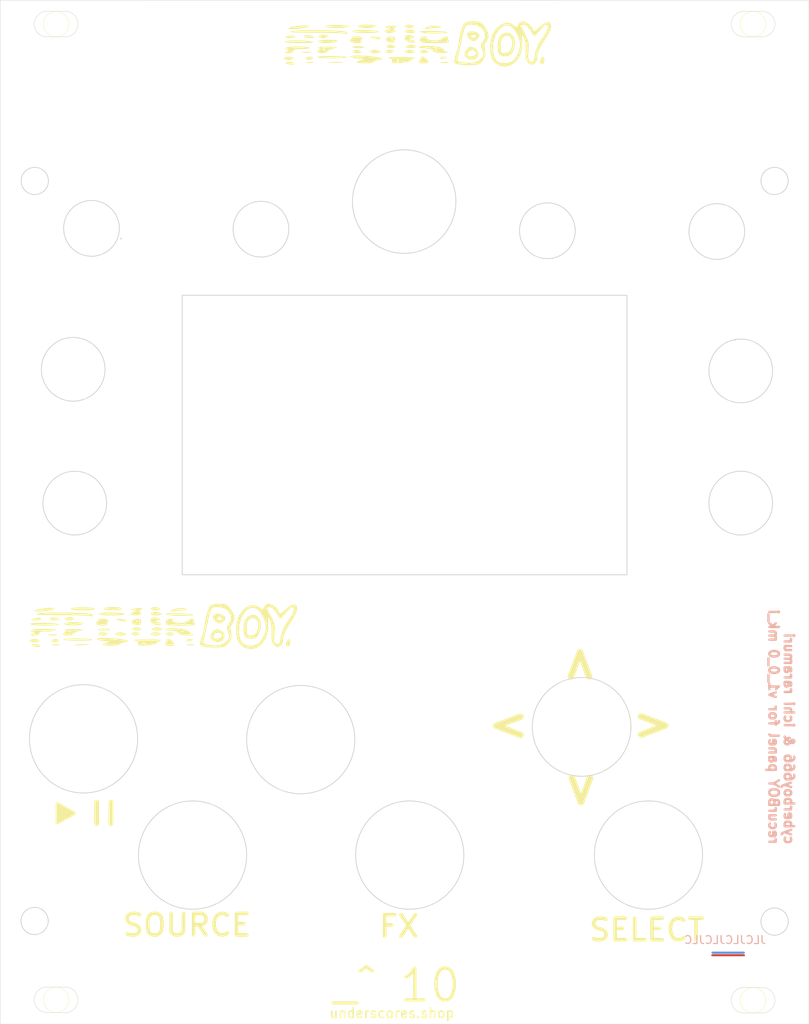
<source format=kicad_pcb>
(kicad_pcb (version 20240108) (generator "pcbnew") (generator_version "8.0")
  (layers (0 "F.Cu" signal) (31 "B.Cu" signal) (34 "B.Paste" user) (35 "F.Paste" user) (36 "B.SilkS" user "B.Silkscreen") (37 "F.SilkS" user "F.Silkscreen") (38 "B.Mask" user) (39 "F.Mask" user) (44 "Edge.Cuts" user))
  (net 0 "")
  (footprint "custom_new:logo" (layer "F.Cu") (at 72.2 117.25)
    (property "Reference" "G***" (hide yes))
    (property "Value" "LOGO" (hide yes))
  )
  (footprint "custom_new:logo" (layer "F.Cu") (at 104.129419 44.1175)
    (property "Reference" "G***" (hide yes))
    (property "Value" "LOGO" (hide yes))
  )
  (gr_circle (center 58.2 41.3) (end 59.8 41.3) (stroke (width 0.05)) (fill none) (layer "F.SilkS"))
  (gr_line (start 65.1 139) (end 65.1 141.7) (stroke (width 0.6)) (layer "F.SilkS"))
  (gr_circle (center 58.2 163.825) (end 59.8 163.825) (stroke (width 0.05)) (fill none) (layer "F.SilkS"))
  (gr_circle (center 145.8 41.3) (end 147.4 41.3) (stroke (width 0.05)) (fill none) (layer "F.SilkS"))
  (gr_line (start 63.3 139) (end 63.3 141.7) (stroke (width 0.6)) (layer "F.SilkS"))
  (gr_circle (center 145.8 163.875) (end 147.4 163.875) (stroke (width 0.05)) (fill none) (layer "F.SilkS"))
  (gr_line (start 146.95 165.475) (end 144.65 165.475) (stroke (width 0.05)) (layer "Edge.Cuts"))
  (gr_circle (center 75.35 145.65) (end 82.15 145.65) (stroke (width 0.1)) (fill none) (layer "Edge.Cuts"))
  (gr_circle (center 101.946765 63.588475) (end 108.446765 63.588475) (stroke (width 0.1)) (fill none) (layer "Edge.Cuts"))
  (gr_line (start 152.825 166.875) (end 51.175 166.875) (stroke (width 0.05)) (layer "Edge.Cuts"))
  (gr_line (start 51.175 166.875) (end 51.175 38.3) (stroke (width 0.05)) (layer "Edge.Cuts"))
  (gr_arc (start 59.35 162.225) (mid 60.95 163.825) (end 59.35 165.425) (stroke (width 0.05)) (layer "Edge.Cuts"))
  (gr_line (start 59.35 39.7) (end 57.05 39.7) (stroke (width 0.05)) (layer "Edge.Cuts"))
  (gr_circle (center 61.65 131.05) (end 68.45 131.05) (stroke (width 0.1)) (fill none) (layer "Edge.Cuts"))
  (gr_circle (center 88.95 131.15) (end 95.75 131.15) (stroke (width 0.1)) (fill none) (layer "Edge.Cuts"))
  (gr_arc (start 57.05 165.425) (mid 55.45 163.825) (end 57.05 162.225) (stroke (width 0.05)) (layer "Edge.Cuts"))
  (gr_arc (start 146.95 162.275) (mid 148.55 163.875) (end 146.95 165.475) (stroke (width 0.05)) (layer "Edge.Cuts"))
  (gr_circle (center 143.55 80.95) (end 143.55 80.95) (stroke (width 0.1)) (fill none) (layer "Edge.Cuts"))
  (gr_circle (center 132.65 145.65) (end 139.45 145.65) (stroke (width 0.1)) (fill none) (layer "Edge.Cuts"))
  (gr_line (start 152.825 166.875) (end 152.825 38.307234) (stroke (width 0.05)) (layer "Edge.Cuts"))
  (gr_arc (start 59.35 39.7) (mid 60.95 41.3) (end 59.35 42.9) (stroke (width 0.05)) (layer "Edge.Cuts"))
  (gr_circle (center 66.35 68.25) (end 66.35 68.25) (stroke (width 0.1)) (fill none) (layer "Edge.Cuts"))
  (gr_line (start 59.35 165.425) (end 57.05 165.425) (stroke (width 0.05)) (layer "Edge.Cuts"))
  (gr_circle (center 148.5 61) (end 150.2 60.8) (stroke (width 0.1)) (fill none) (layer "Edge.Cuts"))
  (gr_arc (start 144.65 42.9) (mid 143.05 41.3) (end 144.65 39.7) (stroke (width 0.05)) (layer "Edge.Cuts"))
  (gr_circle (center 60.55 101.45) (end 64.55 101.45) (stroke (width 0.1)) (fill none) (layer "Edge.Cuts"))
  (gr_circle (center 62.65 66.95) (end 66.15 66.95) (stroke (width 0.1)) (fill none) (layer "Edge.Cuts"))
  (gr_circle (center 141.239752 67.35) (end 144.739752 67.35) (stroke (width 0.1)) (fill none) (layer "Edge.Cuts"))
  (gr_circle (center 60.35 84.65) (end 64.35 84.65) (stroke (width 0.1)) (fill none) (layer "Edge.Cuts"))
  (gr_circle (center 83.944876 67.05) (end 87.444876 67.05) (stroke (width 0.1)) (fill none) (layer "Edge.Cuts"))
  (gr_arc (start 144.65 165.475) (mid 143.05 163.875) (end 144.65 162.275) (stroke (width 0.05)) (layer "Edge.Cuts"))
  (gr_circle (center 55.5 153.925) (end 57.2 153.725) (stroke (width 0.1)) (fill none) (layer "Edge.Cuts"))
  (gr_circle (center 119.944876 67.25) (end 123.444876 67.25) (stroke (width 0.1)) (fill none) (layer "Edge.Cuts"))
  (gr_line (start 146.95 42.9) (end 144.65 42.9) (stroke (width 0.05)) (layer "Edge.Cuts"))
  (gr_line (start 59.35 162.225) (end 57.05 162.225) (stroke (width 0.05)) (layer "Edge.Cuts"))
  (gr_rect (start 74.05 75.35) (end 129.95 110.45) (stroke (width 0.1)) (fill none) (layer "Edge.Cuts"))
  (gr_circle (center 124.25 129.55) (end 130.45 129.55) (stroke (width 0.1)) (fill none) (layer "Edge.Cuts"))
  (gr_circle (center 144.25 101.45) (end 148.25 101.45) (stroke (width 0.1)) (fill none) (layer "Edge.Cuts"))
  (gr_line (start 146.95 39.7) (end 144.65 39.7) (stroke (width 0.05)) (layer "Edge.Cuts"))
  (gr_circle (center 102.65 145.65) (end 109.45 145.65) (stroke (width 0.1)) (fill none) (layer "Edge.Cuts"))
  (gr_line (start 51.175 38.3) (end 152.825 38.307234) (stroke (width 0.05)) (layer "Edge.Cuts"))
  (gr_circle (center 144.25 84.85) (end 148.25 84.85) (stroke (width 0.1)) (fill none) (layer "Edge.Cuts"))
  (gr_line (start 146.95 162.275) (end 144.65 162.275) (stroke (width 0.05)) (layer "Edge.Cuts"))
  (gr_circle (center 55.525 61) (end 57.225 60.8) (stroke (width 0.1)) (fill none) (layer "Edge.Cuts"))
  (gr_arc (start 146.95 39.7) (mid 148.55 41.3) (end 146.95 42.9) (stroke (width 0.05)) (layer "Edge.Cuts"))
  (gr_arc (start 57.05 42.9) (mid 55.45 41.3) (end 57.05 39.7) (stroke (width 0.05)) (layer "Edge.Cuts"))
  (gr_circle (center 148.5 154) (end 150.2 153.8) (stroke (width 0.1)) (fill none) (layer "Edge.Cuts"))
  (gr_line (start 59.35 42.9) (end 57.05 42.9) (stroke (width 0.05)) (layer "Edge.Cuts"))
  (gr_text "JLCJLCJLCJLC" (at 142.3 156.3 0) (layer "B.SilkS") (effects (font (size 1 1)) (justify mirror)))
  (gr_text "cyberboy666 & ichi raramuri\nrecurBOY panel for v1_0_0 mk_i" (at 149.35 144.45 270) (layer "B.SilkS") (effects (font (size 1.2 1.2) (thickness 0.3)) (justify left mirror)))
  (gr_text ">" (at 133.25 129.1 0) (layer "F.SilkS") (effects (font (size 4 4) (thickness 0.8))))
  (gr_text "underscores.shop" (at 100.4 165.5 0) (layer "F.SilkS") (effects (font (size 1.2 1.2) (thickness 0.2))))
  (gr_text " ▶ " (at 59.4 140.2 0) (layer "F.SilkS") (effects (font (size 2.7 2.7) (thickness 0.45))))
  (gr_text "SOURCE" (at 74.65 154.45 0) (layer "F.SilkS") (effects (font (size 2.7 2.7) (thickness 0.45))))
  (gr_text ">" (at 123.75 121.7 90) (layer "F.SilkS") (effects (font (size 4 4) (thickness 0.8))))
  (gr_text "SELECT" (at 132.45 155.05 0) (layer "F.SilkS") (effects (font (size 2.7 2.7) (thickness 0.45))))
  (gr_text "_^ 10" (at 101 162 0) (layer "F.SilkS") (effects (font (size 4 4) (thickness 0.4))))
  (gr_text "FX" (at 101.3 154.6 0) (layer "F.SilkS") (effects (font (size 2.7 2.7) (thickness 0.45))))
  (gr_text ">" (at 124.45 137.5 270) (layer "F.SilkS") (effects (font (size 4 4) (thickness 0.8))))
  (gr_text ">" (at 115.05 129.7 180) (layer "F.SilkS") (effects (font (size 4 4) (thickness 0.8))))
  (segment (start 140.675 158.225) (end 144.65 158.225) (width 0.25) (layer "F.Cu") (net 0))
  (segment (start 144.625 157.9) (end 140.7 157.9) (width 0.25) (layer "B.Cu") (net 0))
)
</source>
